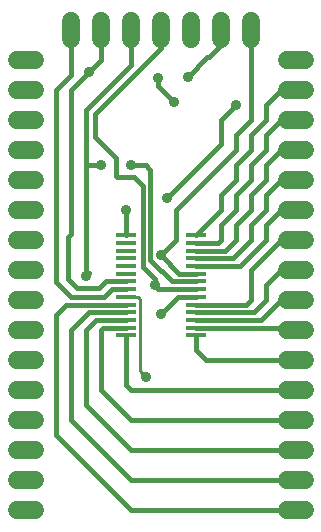
<source format=gbl>
G75*
%MOIN*%
%OFA0B0*%
%FSLAX24Y24*%
%IPPOS*%
%LPD*%
%AMOC8*
5,1,8,0,0,1.08239X$1,22.5*
%
%ADD10C,0.0600*%
%ADD11R,0.0700X0.0170*%
%ADD12C,0.0160*%
%ADD13C,0.0360*%
%ADD14C,0.0100*%
D10*
X000800Y001100D02*
X001400Y001100D01*
X001400Y002100D02*
X000800Y002100D01*
X000800Y003100D02*
X001400Y003100D01*
X001400Y004100D02*
X000800Y004100D01*
X000800Y005100D02*
X001400Y005100D01*
X001400Y006100D02*
X000800Y006100D01*
X000800Y007100D02*
X001400Y007100D01*
X001400Y008100D02*
X000800Y008100D01*
X000800Y009100D02*
X001400Y009100D01*
X001400Y010100D02*
X000800Y010100D01*
X000800Y011100D02*
X001400Y011100D01*
X001400Y012100D02*
X000800Y012100D01*
X000800Y013100D02*
X001400Y013100D01*
X001400Y014100D02*
X000800Y014100D01*
X000800Y015100D02*
X001400Y015100D01*
X001400Y016100D02*
X000800Y016100D01*
X002600Y016800D02*
X002600Y017400D01*
X003600Y017400D02*
X003600Y016800D01*
X004600Y016800D02*
X004600Y017400D01*
X005600Y017400D02*
X005600Y016800D01*
X006600Y016800D02*
X006600Y017400D01*
X007600Y017400D02*
X007600Y016800D01*
X008600Y016800D02*
X008600Y017400D01*
X009800Y016100D02*
X010400Y016100D01*
X010400Y015100D02*
X009800Y015100D01*
X009800Y014100D02*
X010400Y014100D01*
X010400Y013100D02*
X009800Y013100D01*
X009800Y012100D02*
X010400Y012100D01*
X010400Y011100D02*
X009800Y011100D01*
X009800Y010100D02*
X010400Y010100D01*
X010400Y009100D02*
X009800Y009100D01*
X009800Y008100D02*
X010400Y008100D01*
X010400Y007100D02*
X009800Y007100D01*
X009800Y006100D02*
X010400Y006100D01*
X010400Y005100D02*
X009800Y005100D01*
X009800Y004100D02*
X010400Y004100D01*
X010400Y003100D02*
X009800Y003100D01*
X009800Y002100D02*
X010400Y002100D01*
X010400Y001100D02*
X009800Y001100D01*
D11*
X006770Y006936D03*
X006770Y007192D03*
X006770Y007448D03*
X006770Y007704D03*
X006770Y007960D03*
X006770Y008216D03*
X006770Y008472D03*
X006770Y008728D03*
X006770Y008984D03*
X006770Y009240D03*
X006770Y009496D03*
X006770Y009752D03*
X006770Y010008D03*
X006770Y010264D03*
X004430Y010264D03*
X004430Y010008D03*
X004430Y009752D03*
X004430Y009496D03*
X004430Y009240D03*
X004430Y008984D03*
X004430Y008728D03*
X004430Y008472D03*
X004430Y008216D03*
X004430Y007960D03*
X004430Y007704D03*
X004430Y007448D03*
X004430Y007192D03*
X004430Y006936D03*
D12*
X004430Y005270D01*
X004600Y005100D01*
X010100Y005100D01*
X010100Y006100D02*
X007100Y006100D01*
X006770Y006430D01*
X006770Y006936D01*
X006770Y007192D02*
X010008Y007192D01*
X010100Y007100D01*
X010100Y008100D02*
X009600Y008100D01*
X008948Y007448D01*
X006770Y007448D01*
X006770Y007704D02*
X008704Y007704D01*
X009100Y008100D01*
X009100Y008600D01*
X009600Y009100D01*
X010100Y009100D01*
X010100Y010100D02*
X009600Y010100D01*
X008600Y009100D01*
X008600Y008100D01*
X008460Y007960D01*
X006770Y007960D01*
X006770Y008216D02*
X006166Y008216D01*
X005600Y007650D01*
X005528Y008472D02*
X005400Y008600D01*
X005400Y008800D01*
X005000Y009200D01*
X005000Y011900D01*
X004700Y012200D01*
X004150Y012200D01*
X004100Y012250D01*
X004100Y012850D01*
X003400Y013550D01*
X003400Y014300D01*
X005600Y016500D01*
X005600Y017100D01*
X007150Y016200D02*
X006500Y015550D01*
X007150Y016200D02*
X007200Y016200D01*
X007600Y016600D01*
X007600Y017100D01*
X008600Y017100D02*
X008600Y014100D01*
X008100Y013600D01*
X008100Y013100D01*
X006100Y011100D01*
X006100Y010100D01*
X005600Y009600D01*
X006216Y008984D01*
X006770Y008984D01*
X006770Y009240D02*
X008240Y009240D01*
X009100Y010100D01*
X009100Y010600D01*
X009600Y011100D01*
X010100Y011100D01*
X010100Y012100D02*
X009600Y012100D01*
X009100Y011600D01*
X009100Y011100D01*
X008600Y010600D01*
X008600Y010100D01*
X007996Y009496D01*
X006770Y009496D01*
X006770Y009752D02*
X007752Y009752D01*
X008100Y010100D01*
X008100Y010600D01*
X008600Y011100D01*
X008600Y011600D01*
X009100Y012100D01*
X009100Y012600D01*
X009600Y013100D01*
X010100Y013100D01*
X010100Y014100D02*
X009600Y014100D01*
X009100Y013600D01*
X009100Y013100D01*
X008600Y012600D01*
X008600Y012100D01*
X008100Y011600D01*
X008100Y011100D01*
X007600Y010600D01*
X007600Y010100D01*
X007508Y010008D01*
X006770Y010008D01*
X006770Y010264D02*
X006770Y010270D01*
X007600Y011100D01*
X007600Y011600D01*
X008100Y012100D01*
X008100Y012600D01*
X008600Y013100D01*
X008600Y013600D01*
X009100Y014100D01*
X009100Y014600D01*
X009600Y015100D01*
X010100Y015100D01*
X008100Y014600D02*
X007600Y014100D01*
X007600Y013300D01*
X005800Y011500D01*
X005250Y012450D02*
X005100Y012600D01*
X004600Y012600D01*
X005250Y012450D02*
X005250Y009450D01*
X005972Y008728D01*
X006770Y008728D01*
X006770Y008472D02*
X005528Y008472D01*
X004430Y008472D02*
X003972Y008472D01*
X003700Y008200D01*
X002600Y008200D01*
X002100Y008700D01*
X002100Y015100D01*
X002600Y015600D01*
X002600Y017100D01*
X003600Y016100D02*
X003225Y015725D01*
X002600Y015100D01*
X002600Y010300D01*
X002500Y010200D01*
X002500Y008800D01*
X002800Y008500D01*
X003550Y008500D01*
X003778Y008728D01*
X004430Y008728D01*
X004430Y007960D02*
X002460Y007960D01*
X002100Y007600D01*
X002100Y003600D01*
X004600Y001100D01*
X010100Y001100D01*
X010100Y002100D02*
X004600Y002100D01*
X002600Y004100D01*
X002600Y007100D01*
X003204Y007704D01*
X004430Y007704D01*
X004430Y007448D02*
X003448Y007448D01*
X003100Y007100D01*
X003100Y004600D01*
X004600Y003100D01*
X010100Y003100D01*
X010100Y004100D02*
X004600Y004100D01*
X003600Y005100D01*
X003600Y007100D01*
X003692Y007192D01*
X004430Y007192D01*
X003100Y008900D02*
X003200Y009000D01*
X003100Y008900D02*
X003100Y012600D01*
X003600Y012600D01*
X003100Y012600D02*
X003100Y014450D01*
X004600Y015950D01*
X004600Y017100D01*
X003600Y017100D02*
X003600Y016100D01*
X005500Y015500D02*
X005500Y015250D01*
X006050Y014700D01*
X004450Y011100D02*
X004430Y011080D01*
X004430Y010264D01*
D13*
X004450Y011100D03*
X004600Y012600D03*
X003600Y012600D03*
X003225Y015725D03*
X005500Y015500D03*
X006050Y014700D03*
X006500Y015550D03*
X008100Y014600D03*
X005800Y011500D03*
X005600Y009600D03*
X005400Y008600D03*
X005600Y007650D03*
X005100Y005550D03*
X003100Y008900D03*
D14*
X004430Y008216D02*
X004834Y008216D01*
X004900Y008150D01*
X004900Y005750D01*
X005100Y005550D01*
M02*

</source>
